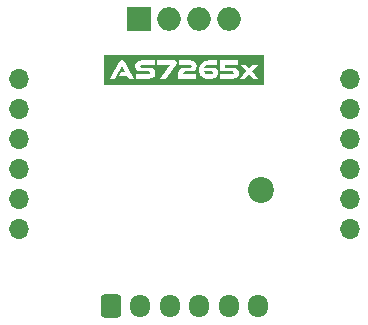
<source format=gts>
G04 #@! TF.GenerationSoftware,KiCad,Pcbnew,7.0.1*
G04 #@! TF.CreationDate,2023-07-14T19:01:49+02:00*
G04 #@! TF.ProjectId,spectrophotometer_interface,73706563-7472-46f7-9068-6f746f6d6574,rev?*
G04 #@! TF.SameCoordinates,Original*
G04 #@! TF.FileFunction,Soldermask,Top*
G04 #@! TF.FilePolarity,Negative*
%FSLAX46Y46*%
G04 Gerber Fmt 4.6, Leading zero omitted, Abs format (unit mm)*
G04 Created by KiCad (PCBNEW 7.0.1) date 2023-07-14 19:01:49*
%MOMM*%
%LPD*%
G01*
G04 APERTURE LIST*
G04 Aperture macros list*
%AMRoundRect*
0 Rectangle with rounded corners*
0 $1 Rounding radius*
0 $2 $3 $4 $5 $6 $7 $8 $9 X,Y pos of 4 corners*
0 Add a 4 corners polygon primitive as box body*
4,1,4,$2,$3,$4,$5,$6,$7,$8,$9,$2,$3,0*
0 Add four circle primitives for the rounded corners*
1,1,$1+$1,$2,$3*
1,1,$1+$1,$4,$5*
1,1,$1+$1,$6,$7*
1,1,$1+$1,$8,$9*
0 Add four rect primitives between the rounded corners*
20,1,$1+$1,$2,$3,$4,$5,0*
20,1,$1+$1,$4,$5,$6,$7,0*
20,1,$1+$1,$6,$7,$8,$9,0*
20,1,$1+$1,$8,$9,$2,$3,0*%
G04 Aperture macros list end*
%ADD10O,2.000000X2.000000*%
%ADD11O,1.700000X1.700000*%
%ADD12R,2.000000X2.000000*%
%ADD13C,2.200000*%
%ADD14O,1.700000X1.950000*%
%ADD15RoundRect,0.250000X-0.600000X-0.725000X0.600000X-0.725000X0.600000X0.725000X-0.600000X0.725000X0*%
G04 APERTURE END LIST*
G36*
X104827879Y-51368473D02*
G01*
X104854668Y-51452413D01*
X104825498Y-51543495D01*
X104737987Y-51573856D01*
X104461762Y-51573856D01*
X104284491Y-51547927D01*
X104162254Y-51470140D01*
X104095049Y-51340494D01*
X104747512Y-51340494D01*
X104827879Y-51368473D01*
G37*
G36*
X106533449Y-52470000D02*
G01*
X104742749Y-52470000D01*
X103456874Y-52470000D01*
X100866074Y-52470000D01*
X99482568Y-52470000D01*
X98189549Y-52470000D01*
X96141674Y-52470000D01*
X95645581Y-52470000D01*
X95645581Y-51973906D01*
X96141674Y-51973906D01*
X96601256Y-51973906D01*
X97167993Y-50907106D01*
X97432312Y-51404787D01*
X97058456Y-51404787D01*
X96882243Y-51735781D01*
X97608524Y-51735781D01*
X97737112Y-51973906D01*
X98189549Y-51973906D01*
X97594648Y-50895200D01*
X98287181Y-50895200D01*
X98302659Y-51024714D01*
X98349093Y-51137029D01*
X98426484Y-51232147D01*
X98527951Y-51304246D01*
X98646617Y-51347505D01*
X98782481Y-51361925D01*
X99463518Y-51361925D01*
X99537337Y-51390500D01*
X99565912Y-51469081D01*
X99537337Y-51546472D01*
X99463518Y-51573856D01*
X98306231Y-51573856D01*
X98306231Y-51973906D01*
X99482568Y-51973906D01*
X99619755Y-51959354D01*
X99739214Y-51915698D01*
X99840946Y-51842938D01*
X99918337Y-51746629D01*
X99964771Y-51632329D01*
X99980249Y-51500038D01*
X99964771Y-51370392D01*
X99918337Y-51257679D01*
X99840946Y-51161900D01*
X99739214Y-51089140D01*
X99619755Y-51045483D01*
X99482568Y-51030931D01*
X98801531Y-51030931D01*
X98728903Y-51002356D01*
X98701518Y-50926156D01*
X98728903Y-50849956D01*
X98801531Y-50823763D01*
X99958818Y-50823763D01*
X100101693Y-50823763D01*
X101199449Y-50823763D01*
X100346962Y-51973906D01*
X100866074Y-51973906D01*
X101942399Y-51973906D01*
X103456874Y-51973906D01*
X103456874Y-51573856D01*
X102359118Y-51573856D01*
X102359118Y-51457175D01*
X102454368Y-51361925D01*
X102983006Y-51361925D01*
X103120192Y-51347638D01*
X103239651Y-51304775D01*
X103341384Y-51233338D01*
X103347221Y-51226194D01*
X103678331Y-51226194D01*
X103691130Y-51388863D01*
X103729528Y-51533970D01*
X103793524Y-51661516D01*
X103883118Y-51771500D01*
X103994888Y-51860053D01*
X104125410Y-51923305D01*
X104274685Y-51961256D01*
X104442712Y-51973906D01*
X104742749Y-51973906D01*
X105499987Y-51973906D01*
X106533449Y-51973906D01*
X107154956Y-51973906D01*
X107609774Y-51973906D01*
X107909812Y-51614338D01*
X108221756Y-51973906D01*
X108698006Y-51973906D01*
X108159843Y-51354781D01*
X108650381Y-50785663D01*
X108200324Y-50785663D01*
X107933624Y-51095225D01*
X107666924Y-50785663D01*
X107195437Y-50785663D01*
X107683593Y-51354781D01*
X107154956Y-51973906D01*
X106533449Y-51973906D01*
X106673811Y-51959354D01*
X106796445Y-51915698D01*
X106901353Y-51842938D01*
X106981389Y-51746629D01*
X107029411Y-51632329D01*
X107045418Y-51500038D01*
X107029543Y-51371582D01*
X106981918Y-51259267D01*
X106902543Y-51163091D01*
X106799091Y-51089669D01*
X106679235Y-51045616D01*
X106542974Y-51030931D01*
X105897656Y-51030931D01*
X105897656Y-50823763D01*
X106978743Y-50823763D01*
X106978743Y-50426094D01*
X105499987Y-50426094D01*
X105499987Y-51361925D01*
X106526306Y-51361925D01*
X106597743Y-51391691D01*
X106626318Y-51469081D01*
X106595362Y-51546472D01*
X106514399Y-51573856D01*
X105499987Y-51573856D01*
X105499987Y-51973906D01*
X104742749Y-51973906D01*
X104909834Y-51958957D01*
X105045962Y-51914110D01*
X105151134Y-51839366D01*
X105225879Y-51738956D01*
X105270725Y-51617116D01*
X105285674Y-51473844D01*
X105257397Y-51289595D01*
X105172565Y-51151184D01*
X105029988Y-51064566D01*
X104828474Y-51035694D01*
X104104574Y-51035694D01*
X104177864Y-50917954D01*
X104299308Y-50847310D01*
X104468906Y-50823763D01*
X105221381Y-50823763D01*
X105221381Y-50426094D01*
X104497481Y-50426094D01*
X104325807Y-50439637D01*
X104170356Y-50480267D01*
X104031128Y-50547984D01*
X103908121Y-50642788D01*
X103807588Y-50760511D01*
X103735778Y-50896986D01*
X103692693Y-51052214D01*
X103678331Y-51226194D01*
X103347221Y-51226194D01*
X103418774Y-51138617D01*
X103465209Y-51025904D01*
X103480687Y-50895200D01*
X103465209Y-50765554D01*
X103418774Y-50652842D01*
X103341384Y-50557062D01*
X103239651Y-50484302D01*
X103120192Y-50440646D01*
X102983006Y-50426094D01*
X102018599Y-50426094D01*
X102018599Y-50823763D01*
X102966337Y-50823763D01*
X103035393Y-50851147D01*
X103061587Y-50926156D01*
X103035393Y-51002356D01*
X102966337Y-51030931D01*
X102440081Y-51030931D01*
X102304085Y-51045086D01*
X102185022Y-51087552D01*
X102082893Y-51158328D01*
X101977523Y-51305073D01*
X101942399Y-51490513D01*
X101942399Y-51973906D01*
X100866074Y-51973906D01*
X101699512Y-50842813D01*
X101760234Y-50739823D01*
X101780474Y-50645169D01*
X101780474Y-50561825D01*
X101739993Y-50460027D01*
X101618549Y-50426094D01*
X100101693Y-50426094D01*
X100101693Y-50823763D01*
X99958818Y-50823763D01*
X99958818Y-50426094D01*
X98782481Y-50426094D01*
X98646617Y-50440514D01*
X98527951Y-50483773D01*
X98426484Y-50555872D01*
X98349093Y-50651254D01*
X98302659Y-50764364D01*
X98287181Y-50895200D01*
X97594648Y-50895200D01*
X97398974Y-50540394D01*
X97320393Y-50454669D01*
X97213237Y-50426094D01*
X97117987Y-50426094D01*
X97010831Y-50454669D01*
X96932249Y-50540394D01*
X96141674Y-51973906D01*
X95645581Y-51973906D01*
X95645581Y-49930000D01*
X96141674Y-49930000D01*
X108698006Y-49930000D01*
X109194099Y-49930000D01*
X109194099Y-52470000D01*
X108698006Y-52470000D01*
X106533449Y-52470000D01*
G37*
D10*
X106235000Y-46943205D03*
X103695000Y-46943205D03*
D11*
X116425000Y-52023205D03*
X116425000Y-54563205D03*
X116425000Y-57103205D03*
X116425000Y-59643205D03*
X116425000Y-62183205D03*
X116425000Y-64723205D03*
X88425000Y-64723205D03*
X88425000Y-62183205D03*
X88425000Y-59643205D03*
X88425000Y-57103205D03*
X88425000Y-54563205D03*
X88425000Y-52023205D03*
D10*
X101155000Y-46943205D03*
D12*
X98615000Y-46943205D03*
D13*
X108925000Y-61405705D03*
D14*
X108694840Y-71200000D03*
X106194840Y-71200000D03*
X103694840Y-71200000D03*
X101194840Y-71200000D03*
X98694840Y-71200000D03*
D15*
X96194840Y-71200000D03*
M02*

</source>
